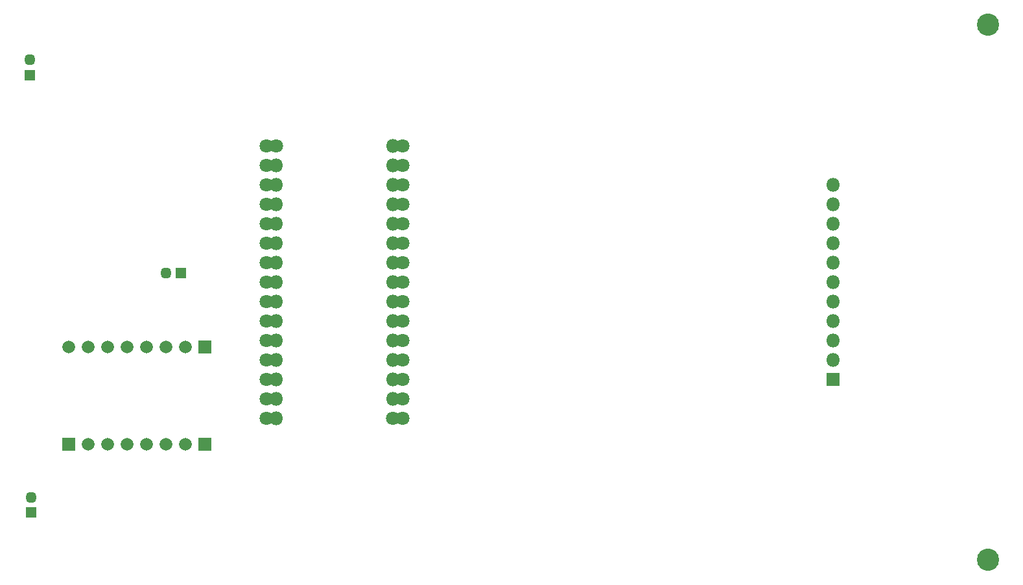
<source format=gbs>
G04 #@! TF.GenerationSoftware,KiCad,Pcbnew,(5.1.6)-1*
G04 #@! TF.CreationDate,2021-11-01T01:40:41-07:00*
G04 #@! TF.ProjectId,seguilineas,73656775-696c-4696-9e65-61732e6b6963,rev?*
G04 #@! TF.SameCoordinates,Original*
G04 #@! TF.FileFunction,Soldermask,Bot*
G04 #@! TF.FilePolarity,Negative*
%FSLAX46Y46*%
G04 Gerber Fmt 4.6, Leading zero omitted, Abs format (unit mm)*
G04 Created by KiCad (PCBNEW (5.1.6)-1) date 2021-11-01 01:40:41*
%MOMM*%
%LPD*%
G01*
G04 APERTURE LIST*
%ADD10C,1.800000*%
%ADD11O,1.800000X1.800000*%
%ADD12O,1.450000X1.450000*%
%ADD13R,1.450000X1.450000*%
%ADD14R,1.800000X1.800000*%
%ADD15R,1.660000X1.660000*%
%ADD16C,1.660000*%
%ADD17C,2.900000*%
G04 APERTURE END LIST*
D10*
X122480000Y-92540000D03*
X122480000Y-79840000D03*
D11*
X123750000Y-95080000D03*
D10*
X122480000Y-64600000D03*
D11*
X123750000Y-84920000D03*
X123750000Y-82380000D03*
D10*
X122480000Y-72220000D03*
X122480000Y-82380000D03*
X122480000Y-84920000D03*
X122480000Y-77300000D03*
X122480000Y-87460000D03*
D11*
X123750000Y-79840000D03*
X123750000Y-87460000D03*
X123750000Y-90000000D03*
D10*
X122480000Y-90000000D03*
D11*
X123750000Y-77300000D03*
X123750000Y-97620000D03*
X123750000Y-74760000D03*
X123750000Y-72220000D03*
X123750000Y-69680000D03*
X123750000Y-67140000D03*
D10*
X123750000Y-64600000D03*
D11*
X123750000Y-100160000D03*
X123750000Y-92540000D03*
D10*
X122480000Y-97620000D03*
X122480000Y-74760000D03*
X122480000Y-100160000D03*
X122480000Y-67140000D03*
X122480000Y-95080000D03*
X122480000Y-69680000D03*
X140260000Y-67140000D03*
X140260000Y-64600000D03*
X140260000Y-69680000D03*
X140260000Y-77300000D03*
X140260000Y-72220000D03*
X140260000Y-74760000D03*
X140260000Y-82380000D03*
X140260000Y-79840000D03*
X140260000Y-84920000D03*
X140260000Y-90000000D03*
X140260000Y-87460000D03*
X140260000Y-92540000D03*
X140260000Y-95080000D03*
X140260000Y-97620000D03*
X140260000Y-100160000D03*
X138990000Y-100160000D03*
D11*
X138990000Y-97620000D03*
X138990000Y-95080000D03*
X138990000Y-92540000D03*
X138990000Y-90000000D03*
X138990000Y-87460000D03*
X138990000Y-84920000D03*
X138990000Y-82380000D03*
X138990000Y-79840000D03*
X138990000Y-77300000D03*
X138990000Y-74760000D03*
X138990000Y-72220000D03*
X138990000Y-69680000D03*
X138990000Y-67140000D03*
X138990000Y-64600000D03*
D12*
X91600000Y-53420000D03*
D13*
X91600000Y-55420000D03*
X91750000Y-112500000D03*
D12*
X91750000Y-110500000D03*
D13*
X111330000Y-81230000D03*
D12*
X109330000Y-81230000D03*
D14*
X196480000Y-95120000D03*
D11*
X196480000Y-92580000D03*
X196480000Y-90040000D03*
X196480000Y-87500000D03*
X196480000Y-84960000D03*
X196480000Y-82420000D03*
X196480000Y-79880000D03*
X196480000Y-77340000D03*
X196480000Y-74800000D03*
X196480000Y-72260000D03*
X196480000Y-69720000D03*
D15*
X96660000Y-103560000D03*
D16*
X99200000Y-103560000D03*
X101740000Y-103560000D03*
X104280000Y-103560000D03*
X106820000Y-103560000D03*
X109360000Y-103560000D03*
X111900000Y-103560000D03*
D15*
X114440000Y-103560000D03*
X114440000Y-90860000D03*
D16*
X111900000Y-90860000D03*
X109360000Y-90860000D03*
X106820000Y-90860000D03*
X104280000Y-90860000D03*
X101740000Y-90860000D03*
X99200000Y-90860000D03*
X96660000Y-90860000D03*
D17*
X216690000Y-118690000D03*
X216690000Y-48840000D03*
M02*

</source>
